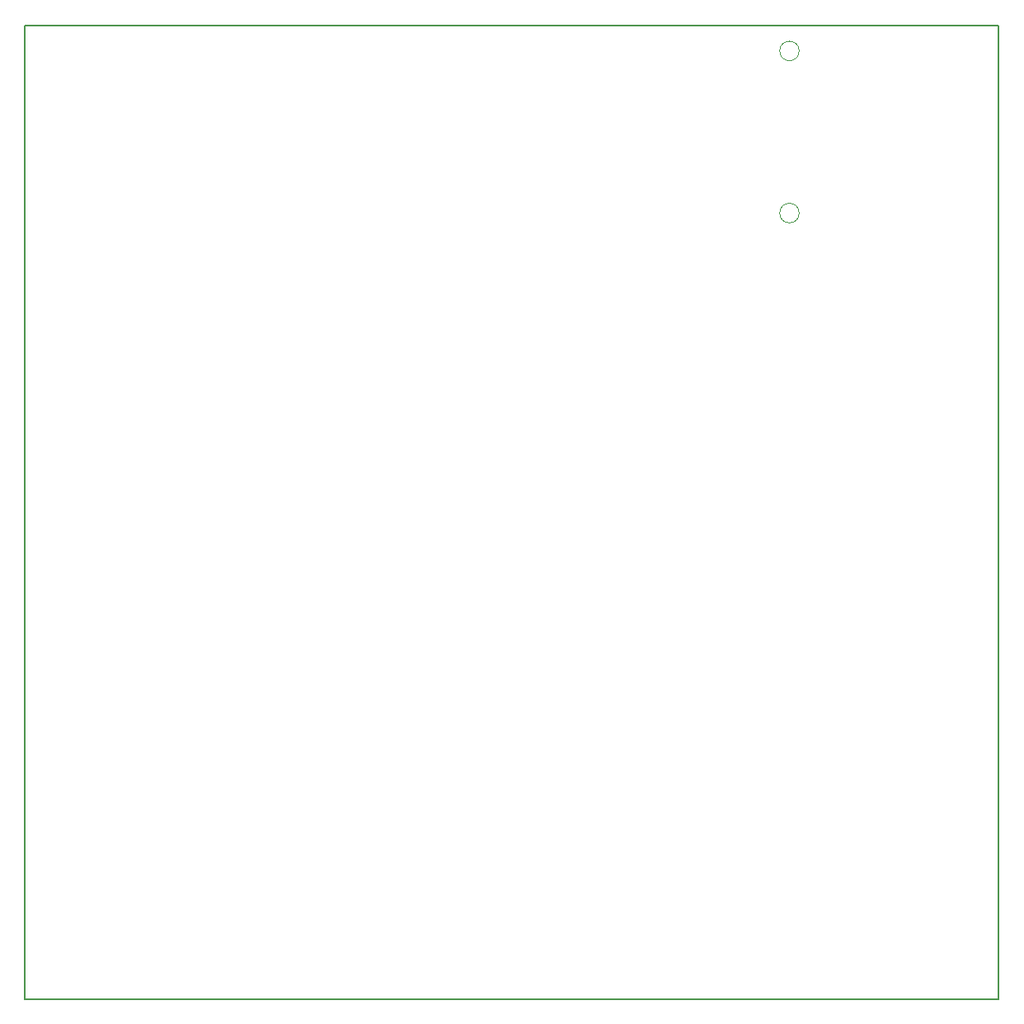
<source format=gbr>
%TF.GenerationSoftware,KiCad,Pcbnew,(6.0.4)*%
%TF.CreationDate,2022-06-30T01:03:11+03:00*%
%TF.ProjectId,test_project_01,74657374-5f70-4726-9f6a-6563745f3031,rev?*%
%TF.SameCoordinates,Original*%
%TF.FileFunction,Profile,NP*%
%FSLAX46Y46*%
G04 Gerber Fmt 4.6, Leading zero omitted, Abs format (unit mm)*
G04 Created by KiCad (PCBNEW (6.0.4)) date 2022-06-30 01:03:11*
%MOMM*%
%LPD*%
G01*
G04 APERTURE LIST*
%TA.AperFunction,Profile*%
%ADD10C,0.150000*%
%TD*%
%TA.AperFunction,Profile*%
%ADD11C,0.120000*%
%TD*%
G04 APERTURE END LIST*
D10*
X50012600Y-49997000D02*
X150002600Y-49997000D01*
X150002600Y-49997000D02*
X150002600Y-149987000D01*
X150002600Y-149987000D02*
X50012600Y-149987000D01*
X50012600Y-149987000D02*
X50012600Y-49997000D01*
D11*
%TO.C,J4*%
X129501800Y-69291200D02*
G75*
G03*
X129501800Y-69291200I-1000000J0D01*
G01*
X129501800Y-52639200D02*
G75*
G03*
X129501800Y-52639200I-1000000J0D01*
G01*
%TD*%
M02*

</source>
